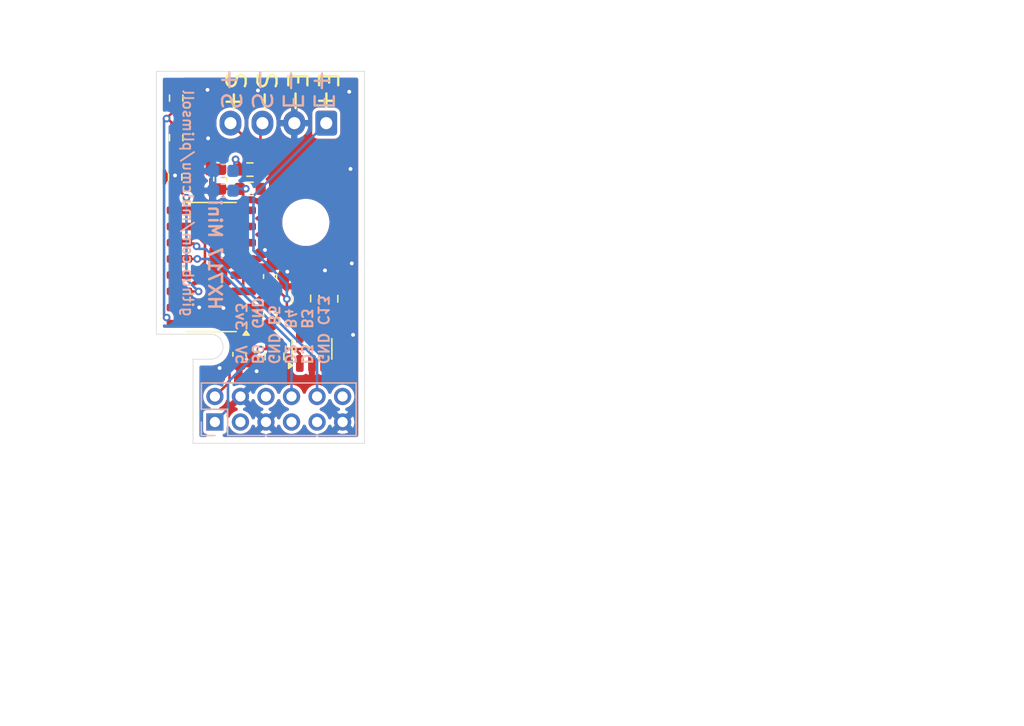
<source format=kicad_pcb>
(kicad_pcb (version 20241229) (generator "pcbnew") (generator_version "9.0")
  (layers (0 "F.Cu" signal) (4 "In1.Cu" signal) (6 "In2.Cu" signal) (2 "B.Cu" signal) (13 "F.Paste" user) (15 "B.Paste" user) (5 "F.SilkS" user "F.Silkscreen") (7 "B.SilkS" user "B.Silkscreen") (1 "F.Mask" user) (3 "B.Mask" user) (25 "Edge.Cuts" user))
  (net 0 "")
  (net 1 "GND")
  (net 2 "VBUS")
  (net 3 "+3.3VADC")
  (net 4 "+3V3")
  (net 5 "/Signal-")
  (net 6 "/Signal+")
  (net 7 "Net-(U6-INA-)")
  (net 8 "Net-(U6-INA+)")
  (net 9 "/C13")
  (net 10 "/B4")
  (net 11 "/B6")
  (net 12 "Net-(U6-S0)")
  (net 13 "Net-(U6-S1)")
  (net 14 "Net-(U6-XI)")
  (net 15 "/B3")
  (net 16 "/B5")
  (net 17 "/D3")
  (net 18 "/D2")
  (footprint "Resistor_SMD:R_0603_1608Metric" (layer "F.Cu") (at 26.37 28.285 -90)
    (property "Reference" "R12" (hide yes))
    (property "Value" "10k")
    (fp_line (start -0.237258 0.5225) (end 0.237258 0.5225) (stroke (width 0.12)) (layer "F.SilkS"))
    (fp_line (start -0.237258 -0.5225) (end 0.237258 -0.5225) (stroke (width 0.12)) (layer "F.SilkS"))
    (pad "1" smd roundrect (at -0.825 0 270) (size 0.8 0.95) (layers "F.Cu" "F.Mask" "F.Paste") (net 1 "GND"))
    (pad "2" smd roundrect (at 0.825 0 270) (size 0.8 0.95) (layers "F.Cu" "F.Mask" "F.Paste") (net 14 "Net-(U6-XI)"))
  )
  (footprint "Connector_JST:JST_XH_B4B-XH-A_1x04_P2.50mm_Vertical" (layer "F.Cu") (at 38.2 24.06 180)
    (property "Reference" "J3" (hide yes))
    (property "Value" "Loadd Cell")
    (pad "1" thru_hole roundrect (at 0 0 180) (size 1.7 1.95) (drill 0.95) (layers "*.Cu" "*.Mask") (roundrect_rratio 0.147059) (net 3 "+3.3VADC"))
    (pad "2" thru_hole oval (at 2.5 0 180) (size 1.7 1.95) (drill 0.95) (layers "*.Cu" "*.Mask") (net 1 "GND"))
    (pad "3" thru_hole oval (at 5 0 180) (size 1.7 1.95) (drill 0.95) (layers "*.Cu" "*.Mask") (net 5 "/Signal-"))
    (pad "4" thru_hole oval (at 7.5 0 180) (size 1.7 1.95) (drill 0.95) (layers "*.Cu" "*.Mask") (net 6 "/Signal+"))
  )
  (footprint "Capacitor_SMD:C_0603_1608Metric" (layer "F.Cu") (at 33.8 36.075 90)
    (property "Reference" "C8" (hide yes))
    (property "Value" "100n")
    (fp_line (start -0.14058 -0.51) (end 0.14058 -0.51) (stroke (width 0.12)) (layer "F.SilkS"))
    (fp_line (start -0.14058 0.51) (end 0.14058 0.51) (stroke (width 0.12)) (layer "F.SilkS"))
    (pad "1" smd roundrect (at -0.775 0 90) (size 0.9 0.95) (layers "F.Cu" "F.Mask" "F.Paste") (net 3 "+3.3VADC"))
    (pad "2" smd roundrect (at 0.775 0 90) (size 0.9 0.95) (layers "F.Cu" "F.Mask" "F.Paste") (net 1 "GND"))
  )
  (footprint "MountingHole:MountingHole_3.2mm_M3" (layer "F.Cu") (at 36.6 31.839706)
    (property "Reference" "H1" (hide yes))
    (property "Value" "MountingHole")
    (pad "" np_thru_hole circle (at 0 0) (size 3.2 3.2) (drill 3.2) (layers "*.Cu" "*.Mask"))
  )
  (footprint "Capacitor_SMD:C_0805_2012Metric" (layer "F.Cu") (at 38.37 37.82 90)
    (property "Reference" "C11" (hide yes))
    (property "Value" "10u")
    (fp_line (start -0.261252 -0.735) (end 0.261252 -0.735) (stroke (width 0.12)) (layer "F.SilkS"))
    (fp_line (start -0.261252 0.735) (end 0.261252 0.735) (stroke (width 0.12)) (layer "F.SilkS"))
    (pad "1" smd roundrect (at -0.95 0 90) (size 1 1.45) (layers "F.Cu" "F.Mask" "F.Paste") (net 3 "+3.3VADC"))
    (pad "2" smd roundrect (at 0.95 0 90) (size 1 1.45) (layers "F.Cu" "F.Mask" "F.Paste") (net 1 "GND"))
  )
  (footprint "Resistor_SMD:R_0603_1608Metric" (layer "F.Cu") (at 26.45 25.2 -90)
    (property "Reference" "R11" (hide yes))
    (property "Value" "10k")
    (fp_line (start -0.237258 0.5225) (end 0.237258 0.5225) (stroke (width 0.12)) (layer "F.SilkS"))
    (fp_line (start -0.237258 -0.5225) (end 0.237258 -0.5225) (stroke (width 0.12)) (layer "F.SilkS"))
    (pad "1" smd roundrect (at -0.825 0 270) (size 0.8 0.95) (layers "F.Cu" "F.Mask" "F.Paste") (net 4 "+3V3"))
    (pad "2" smd roundrect (at 0.825 0 270) (size 0.8 0.95) (layers "F.Cu" "F.Mask" "F.Paste") (net 13 "Net-(U6-S1)"))
  )
  (footprint "Package_TO_SOT_SMD:SOT-23-5" (layer "F.Cu") (at 37.08 41.7525 90)
    (property "Reference" "U5" (hide yes))
    (property "Value" "RS3236-3.3")
    (fp_line (start 0 -1.56) (end 0.8 -1.56) (stroke (width 0.12)) (layer "F.SilkS"))
    (fp_line (start 0 -1.56) (end -0.8 -1.56) (stroke (width 0.12)) (layer "F.SilkS"))
    (fp_line (start 0 1.56) (end 0.8 1.56) (stroke (width 0.12)) (layer "F.SilkS"))
    (fp_line (start 0 1.56) (end -0.8 1.56) (stroke (width 0.12)) (layer "F.SilkS"))
    (fp_poly (pts (xy -1.3 -1.51) (xy -1.54 -1.84) (xy -1.06 -1.84)) (stroke (width 0.12)) (fill yes) (layer "F.SilkS"))
    (pad "1" smd roundrect (at -1.1375 -0.95 90) (size 1.325 0.6) (layers "F.Cu" "F.Mask" "F.Paste") (net 2 "VBUS"))
    (pad "2" smd roundrect (at -1.1375 0 90) (size 1.325 0.6) (layers "F.Cu" "F.Mask" "F.Paste") (net 1 "GND"))
    (pad "3" smd roundrect (at -1.1375 0.95 90) (size 1.325 0.6) (layers "F.Cu" "F.Mask" "F.Paste") (net 2 "VBUS"))
    (pad "4" smd roundrect (at 1.1375 0.95 90) (size 1.325 0.6) (layers "F.Cu" "F.Mask" "F.Paste"))
    (pad "5" smd roundrect (at 1.1375 -0.95 90) (size 1.325 0.6) (layers "F.Cu" "F.Mask" "F.Paste") (net 3 "+3.3VADC"))
  )
  (footprint "Package_SO:SOP-16_3.9x9.9mm_P1.27mm" (layer "F.Cu") (at 29.2 35.335 180)
    (property "Reference" "U6" (hide yes))
    (property "Value" "HX717")
    (fp_line (start 0 5.06) (end 1.95 5.06) (stroke (width 0.12)) (layer "F.SilkS"))
    (fp_line (start 0 5.06) (end -1.95 5.06) (stroke (width 0.12)) (layer "F.SilkS"))
    (fp_line (start 0 -5.06) (end 1.95 -5.06) (stroke (width 0.12)) (layer "F.SilkS"))
    (fp_line (start 0 -5.06) (end -1.95 -5.06) (stroke (width 0.12)) (layer "F.SilkS"))
    (fp_poly (pts (xy -2.725 -5.005) (xy -2.965 -5.335) (xy -2.485 -5.335)) (stroke (width 0.12)) (fill yes) (layer "F.SilkS"))
    (pad "1" smd roundrect (at -2.5 -4.445 180) (size 2 0.6) (layers "F.Cu" "F.Mask" "F.Paste") (net 3 "+3.3VADC"))
    (pad "2" smd roundrect (at -2.5 -3.175 180) (size 2 0.6) (layers "F.Cu" "F.Mask" "F.Paste") (net 1 "GND"))
    (pad "3" smd roundrect (at -2.5 -1.905 180) (size 2 0.6) (layers "F.Cu" "F.Mask" "F.Paste") (net 3 "+3.3VADC"))
    (pad "4" smd roundrect (at -2.5 -0.635 180) (size 2 0.6) (layers "F.Cu" "F.Mask" "F.Paste") (net 3 "+3.3VADC"))
    (pad "5" smd roundrect (at -2.5 0.635 180) (size 2 0.6) (layers "F.Cu" "F.Mask" "F.Paste") (net 1 "GND"))
    (pad "6" smd roundrect (at -2.5 1.905 180) (size 2 0.6) (layers "F.Cu" "F.Mask" "F.Paste") (net 12 "Net-(U6-S0)"))
    (pad "7" smd roundrect (at -2.5 3.175 180) (size 2 0.6) (layers "F.Cu" "F.Mask" "F.Paste") (net 7 "Net-(U6-INA-)"))
    (pad "8" smd roundrect (at -2.5 4.445 180) (size 2 0.6) (layers "F.Cu" "F.Mask" "F.Paste") (net 8 "Net-(U6-INA+)"))
    (pad "9" smd roundrect (at 2.5 4.445 180) (size 2 0.6) (layers "F.Cu" "F.Mask" "F.Paste"))
    (pad "10" smd roundrect (at 2.5 3.175 180) (size 2 0.6) (layers "F.Cu" "F.Mask" "F.Paste"))
    (pad "11" smd roundrect (at 2.5 1.905 180) (size 2 0.6) (layers "F.Cu" "F.Mask" "F.Paste") (net 15 "/B3"))
    (pad "12" smd roundrect (at 2.5 0.635 180) (size 2 0.6) (layers "F.Cu" "F.Mask" "F.Paste") (net 10 "/B4"))
    (pad "13" smd roundrect (at 2.5 -0.635 180) (size 2 0.6) (layers "F.Cu" "F.Mask" "F.Paste") (net 13 "Net-(U6-S1)"))
    (pad "14" smd roundrect (at 2.5 -1.905 180) (size 2 0.6) (layers "F.Cu" "F.Mask" "F.Paste") (net 14 "Net-(U6-XI)"))
    (pad "15" smd roundrect (at 2.5 -3.175 180) (size 2 0.6) (layers "F.Cu" "F.Mask" "F.Paste") (net 1 "GND"))
    (pad "16" smd roundrect (at 2.5 -4.445 180) (size 2 0.6) (layers "F.Cu" "F.Mask" "F.Paste") (net 4 "+3V3"))
  )
  (footprint "Capacitor_SMD:C_0603_1608Metric" (layer "F.Cu") (at 29.9 28.45 -90)
    (property "Reference" "C7" (hide yes))
    (property "Value" "100n")
    (fp_line (start -0.14058 0.51) (end 0.14058 0.51) (stroke (width 0.12)) (layer "F.SilkS"))
    (fp_line (start -0.14058 -0.51) (end 0.14058 -0.51) (stroke (width 0.12)) (layer "F.SilkS"))
    (pad "1" smd roundrect (at -0.775 0 270) (size 0.9 0.95) (layers "F.Cu" "F.Mask" "F.Paste") (net 7 "Net-(U6-INA-)"))
    (pad "2" smd roundrect (at 0.775 0 270) (size 0.9 0.95) (layers "F.Cu" "F.Mask" "F.Paste") (net 8 "Net-(U6-INA+)"))
  )
  (footprint "Resistor_SMD:R_0603_1608Metric" (layer "F.Cu") (at 26.45 22.1 90)
    (property "Reference" "R10" (hide yes))
    (property "Value" "10k")
    (fp_line (start -0.237258 -0.5225) (end 0.237258 -0.5225) (stroke (width 0.12)) (layer "F.SilkS"))
    (fp_line (start -0.237258 0.5225) (end 0.237258 0.5225) (stroke (width 0.12)) (layer "F.SilkS"))
    (pad "1" smd roundrect (at -0.825 0 90) (size 0.8 0.95) (layers "F.Cu" "F.Mask" "F.Paste") (net 4 "+3V3"))
    (pad "2" smd roundrect (at 0.825 0 90) (size 0.8 0.95) (layers "F.Cu" "F.Mask" "F.Paste") (net 12 "Net-(U6-S0)"))
  )
  (footprint "Capacitor_SMD:C_0603_1608Metric" (layer "F.Cu") (at 31.4 42.175 -90)
    (property "Reference" "C9" (hide yes))
    (property "Value" "100n")
    (fp_line (start -0.14058 0.51) (end 0.14058 0.51) (stroke (width 0.12)) (layer "F.SilkS"))
    (fp_line (start -0.14058 -0.51) (end 0.14058 -0.51) (stroke (width 0.12)) (layer "F.SilkS"))
    (pad "1" smd roundrect (at -0.775 0 270) (size 0.9 0.95) (layers "F.Cu" "F.Mask" "F.Paste") (net 4 "+3V3"))
    (pad "2" smd roundrect (at 0.775 0 270) (size 0.9 0.95) (layers "F.Cu" "F.Mask" "F.Paste") (net 1 "GND"))
  )
  (footprint "Resistor_SMD:R_0603_1608Metric" (layer "F.Cu") (at 32.225 27.7)
    (property "Reference" "R8" (hide yes))
    (property "Value" "100")
    (fp_line (start -0.237258 -0.5225) (end 0.237258 -0.5225) (stroke (width 0.12)) (layer "F.SilkS"))
    (fp_line (start -0.237258 0.5225) (end 0.237258 0.5225) (stroke (width 0.12)) (layer "F.SilkS"))
    (pad "1" smd roundrect (at -0.825 0) (size 0.8 0.95) (layers "F.Cu" "F.Mask" "F.Paste") (net 7 "Net-(U6-INA-)"))
    (pad "2" smd roundrect (at 0.825 0) (size 0.8 0.95) (layers "F.Cu" "F.Mask" "F.Paste") (net 5 "/Signal-"))
  )
  (footprint "Resistor_SMD:R_0603_1608Metric" (layer "F.Cu") (at 32.24 29.21)
    (property "Reference" "R7" (hide yes))
    (property "Value" "100")
    (fp_line (start -0.237258 -0.5225) (end 0.237258 -0.5225) (stroke (width 0.12)) (layer "F.SilkS"))
    (fp_line (start -0.237258 0.5225) (end 0.237258 0.5225) (stroke (width 0.12)) (layer "F.SilkS"))
    (pad "1" smd roundrect (at -0.825 0) (size 0.8 0.95) (layers "F.Cu" "F.Mask" "F.Paste") (net 8 "Net-(U6-INA+)"))
    (pad "2" smd roundrect (at 0.825 0) (size 0.8 0.95) (layers "F.Cu" "F.Mask" "F.Paste") (net 6 "/Signal+"))
  )
  (footprint "Capacitor_SMD:C_0603_1608Metric" (layer "F.Cu") (at 33.8 39.075 -90)
    (property "Reference" "C12" (hide yes))
    (property "Value" "100n")
    (fp_line (start -0.14058 0.51) (end 0.14058 0.51) (stroke (width 0.12)) (layer "F.SilkS"))
    (fp_line (start -0.14058 -0.51) (end 0.14058 -0.51) (stroke (width 0.12)) (layer "F.SilkS"))
    (pad "1" smd roundrect (at -0.775 0 270) (size 0.9 0.95) (layers "F.Cu" "F.Mask" "F.Paste") (net 1 "GND"))
    (pad "2" smd roundrect (at 0.775 0 270) (size 0.9 0.95) (layers "F.Cu" "F.Mask" "F.Paste") (net 3 "+3.3VADC"))
  )
  (footprint "Capacitor_SMD:C_0805_2012Metric" (layer "F.Cu") (at 34.15 42.35 -90)
    (property "Reference" "C6" (hide yes))
    (property "Value" "1u")
    (fp_line (start -0.261252 0.735) (end 0.261252 0.735) (stroke (width 0.12)) (layer "F.SilkS"))
    (fp_line (start -0.261252 -0.735) (end 0.261252 -0.735) (stroke (width 0.12)) (layer "F.SilkS"))
    (pad "1" smd roundrect (at -0.95 0 270) (size 1 1.45) (layers "F.Cu" "F.Mask" "F.Paste") (net 2 "VBUS"))
    (pad "2" smd roundrect (at 0.95 0 270) (size 1 1.45) (layers "F.Cu" "F.Mask" "F.Paste") (net 1 "GND"))
  )
  (footprint "Capacitor_SMD:C_0805_2012Metric" (layer "F.Cu") (at 36.24 37.8 90)
    (property "Reference" "C10" (hide yes))
    (property "Value" "1u")
    (fp_line (start -0.261252 -0.735) (end 0.261252 -0.735) (stroke (width 0.12)) (layer "F.SilkS"))
    (fp_line (start -0.261252 0.735) (end 0.261252 0.735) (stroke (width 0.12)) (layer "F.SilkS"))
    (pad "1" smd roundrect (at -0.95 0 90) (size 1 1.45) (layers "F.Cu" "F.Mask" "F.Paste") (net 3 "+3.3VADC"))
    (pad "2" smd roundrect (at 0.95 0 90) (size 1 1.45) (layers "F.Cu" "F.Mask" "F.Paste") (net 1 "GND"))
  )
  (footprint "Capacitor_SMD:C_0603_1608Metric" (layer "B.Cu") (at 30.125 29.35)
    (property "Reference" "C2" (hide yes))
    (property "Value" "DNP")
    (fp_line (start -0.14058 -0.51) (end 0.14058 -0.51) (stroke (width 0.12)) (layer "B.SilkS"))
    (fp_line (start -0.14058 0.51) (end 0.14058 0.51) (stroke (width 0.12)) (layer "B.SilkS"))
    (pad "1" smd roundrect (at -0.775 0) (size 0.9 0.95) (layers "B.Cu" "B.Mask" "B.Paste") (net 1 "GND"))
    (pad "2" smd roundrect (at 0.775 0) (size 0.9 0.95) (layers "B.Cu" "B.Mask" "B.Paste") (net 8 "Net-(U6-INA+)"))
  )
  (footprint "Connector_PinSocket_2.00mm:PinSocket_2x06_P2.00mm_Vertical" (layer "B.Cu") (at 29.48 47.48 -90)
    (property "Reference" "J1" (hide yes))
    (property "Value" "Conn_02x06_Odd_Even")
    (fp_line (start -3.06 1.06) (end -1 1.06) (stroke (width 0.12)) (layer "B.SilkS"))
    (fp_line (start -3.06 1.06) (end -3.06 -11.06) (stroke (width 0.12)) (layer "B.SilkS"))
    (fp_line (start -1 1.06) (end -1 -1) (stroke (width 0.12)) (layer "B.SilkS"))
    (fp_line (start 0 1.06) (end 1.06 1.06) (stroke (width 0.12)) (layer "B.SilkS"))
    (fp_line (start 1.06 1.06) (end 1.06 0) (stroke (width 0.12)) (layer "B.SilkS"))
    (fp_line (start -1 -1) (end 1.06 -1) (stroke (width 0.12)) (layer "B.SilkS"))
    (fp_line (start 1.06 -1) (end 1.06 -11.06) (stroke (width 0.12)) (layer "B.SilkS"))
    (fp_line (start -3.06 -11.06) (end 1.06 -11.06) (stroke (width 0.12)) (layer "B.SilkS"))
    (pad "1" thru_hole rect (at 0 0 270) (size 1.35 1.35) (drill 0.8) (layers "*.Cu" "*.Mask") (net 2 "VBUS"))
    (pad "2" thru_hole circle (at -2 0 270) (size 1.35 1.35) (drill 0.8) (layers "*.Cu" "*.Mask") (net 4 "+3V3"))
    (pad "3" thru_hole circle (at 0 -2 270) (size 1.35 1.35) (drill 0.8) (layers "*.Cu" "*.Mask") (net 11 "/B6"))
    (pad "4" thru_hole circle (at -2 -2 270) (size 1.35 1.35) (drill 0.8) (layers "*.Cu" "*.Mask") (net 1 "GND"))
    (pad "5" thru_hole circle (at 0 -4 270) (size 1.35 1.35) (drill 0.8) (layers "*.Cu" "*.Mask") (net 1 "GND"))
    (pad "6" thru_hole circle (at -2 -4 270) (size 1.35 1.35) (drill 0.8) (layers "*.Cu" "*.Mask") (net 16 "/B5"))
    (pad "7" thru_hole circle (at 0 -6 270) (size 1.35 1.35) (drill 0.8) (layers "*.Cu" "*.Mask") (net 18 "/D2"))
    (pad "8" thru_hole circle (at -2 -6 270) (size 1.35 1.35) (drill 0.8) (layers "*.Cu" "*.Mask") (net 10 "/B4"))
    (pad "9" thru_hole circle (at 0 -8 270) (size 1.35 1.35) (drill 0.8) (layers "*.Cu" "*.Mask") (net 17 "/D3"))
    (pad "10" thru_hole circle (at -2 -8 270) (size 1.35 1.35) (drill 0.8) (layers "*.Cu" "*.Mask") (net 15 "/B3"))
    (pad "11" thru_hole circle (at 0 -10 270) (size 1.35 1.35) (drill 0.8) (layers "*.Cu" "*.Mask") (net 1 "GND"))
    (pad "12" thru_hole circle (at -2 -10 270) (size 1.35 1.35) (drill 0.8) (layers "*.Cu" "*.Mask") (net 9 "/C13"))
  )
  (footprint "Capacitor_SMD:C_0603_1608Metric" (layer "B.Cu") (at 30.125 27.8)
    (property "Reference" "C1" (hide yes))
    (property "Value" "DNP")
    (fp_line (start -0.14058 -0.51) (end 0.14058 -0.51) (stroke (width 0.12)) (layer "B.SilkS"))
    (fp_line (start -0.14058 0.51) (end 0.14058 0.51) (stroke (width 0.12)) (layer "B.SilkS"))
    (pad "1" smd roundrect (at -0.775 0) (size 0.9 0.95) (layers "B.Cu" "B.Mask" "B.Paste") (net 1 "GND"))
    (pad "2" smd roundrect (at 0.775 0) (size 0.9 0.95) (layers "B.Cu" "B.Mask" "B.Paste") (net 7 "Net-(U6-INA-)"))
  )
  (gr_line (start 27.77 42.56) (end 27.77 49.15) (stroke (width 0.05)) (layer "Edge.Cuts"))
  (gr_line (start 29.13993 40.6) (end 24.9 40.6) (stroke (width 0.05)) (layer "Edge.Cuts"))
  (gr_line (start 41.2 49.15) (end 41.2 20) (stroke (width 0.05)) (layer "Edge.Cuts"))
  (gr_line (start 24.9 20) (end 24.9 40.6) (stroke (width 0.05)) (layer "Edge.Cuts"))
  (gr_arc (start 29.13993 40.6) (mid 30.119299 41.580471) (end 29.138831 42.559845) (stroke (width 0.05)) (layer "Edge.Cuts"))
  (gr_line (start 27.77 49.15) (end 41.2 49.15) (stroke (width 0.05)) (layer "Edge.Cuts"))
  (gr_line (start 29.138831 42.559845) (end 27.77 42.56) (stroke (width 0.05)) (layer "Edge.Cuts"))
  (gr_line (start 24.9 20) (end 41.2 20) (stroke (width 0.05)) (layer "Edge.Cuts"))
  (gr_text "E+\nE-\nS-\nS+" (at 30.2 19.9 270) (layer "F.SilkS") (effects (font (size 1.5 1.5) (thickness 0.1875)) (justify left bottom)))
  (gr_text "E+\nE-\nS-\nS+" (at 29.85 23.15 270) (layer "B.SilkS") (effects (font (size 1.5 1.5) (thickness 0.1875)) (justify left bottom mirror)))
  (gr_text "github.com/mulcmu/plimsoll" (at 26.9 39.3 270) (layer "B.SilkS") (effects (font (size 0.8 0.8)) (justify left bottom mirror)))
  (gr_text "HX717 Mini" (at 28.9 38.8 270) (layer "B.SilkS") (effects (font (size 1 1) (thickness 0.2) (bold yes)) (justify left bottom mirror)))
  (gr_text "GND C13\nD3  B3\nD2  B4\nGND B5\nB6  GND\n5V  3v3" (at 31.05 43.05 270) (layer "B.SilkS") (effects (font (size 0.8 0.8) (thickness 0.16) (bold yes)) (justify left bottom mirror)))
  (segment (start 39.48 47.48) (end 39.47 47.49) (width 0.2) (layer "F.Cu") (net 1))
  (segment (start 31.7 34.7) (end 30.39853 34.7) (width 0.2) (layer "F.Cu") (net 1))
  (segment (start 26.37 27.46) (end 26.37 28.147291) (width 0.2) (layer "F.Cu") (net 1))
  (segment (start 30.39853 34.7) (end 30.099265 34.400735) (width 0.2) (layer "F.Cu") (net 1))
  (segment (start 31.7 38.51) (end 33.59 38.51) (width 0.2) (layer "F.Cu") (net 1))
  (segment (start 31.7 38.51) (end 30.19 38.51) (width 0.2) (layer "F.Cu") (net 1))
  (segment (start 30.19 38.51) (end 30.15 38.55) (width 0.2) (layer "F.Cu") (net 1))
  (segment (start 26.71 38.5) (end 26.7 38.51) (width 0.2) (layer "F.Cu") (net 1))
  (segment (start 28.25 38.5) (end 26.71 38.5) (width 0.2) (layer "F.Cu") (net 1))
  (segment (start 33.59 38.51) (end 33.8 38.3) (width 0.2) (layer "F.Cu") (net 1))
  (segment (start 26.37 28.147291) (end 26.357291 28.16) (width 0.2) (layer "F.Cu") (net 1))
  (via (at 32.85 21.5) (size 0.6) (drill 0.3) (layers "F.Cu" "B.Cu") (net 1))
  (via (at 32.75 43.5) (size 0.6) (drill 0.3) (layers "F.Cu" "B.Cu") (net 1))
  (via (at 35.15 35.7) (size 0.6) (drill 0.3) (layers "F.Cu" "B.Cu") (net 1))
  (via (at 40.2 35.05) (size 0.6) (drill 0.3) (layers "F.Cu" "B.Cu") (net 1))
  (via (at 29.85 43.25) (size 0.6) (drill 0.3) (layers "F.Cu" "B.Cu") (net 1))
  (via (at 30.15 38.55) (size 0.6) (drill 0.3) (layers "F.Cu" "B.Cu") (net 1))
  (via (at 40.1 27.65) (size 0.6) (drill 0.3) (layers "F.Cu" "B.Cu") (net 1))
  (via (at 40.3 40.65) (size 0.6) (drill 0.3) (layers "F.Cu" "B.Cu") (net 1))
  (via (at 40 21.6) (size 0.6) (drill 0.3) (layers "F.Cu" "B.Cu") (net 1))
  (via (at 28.25 38.5) (size 0.6) (drill 0.3) (layers "F.Cu" "B.Cu") (net 1))
  (via (at 28.95 25.25) (size 0.6) (drill 0.3) (layers "F.Cu" "B.Cu") (net 1))
  (via (at 26.357291 28.16) (size 0.6) (drill 0.3) (layers "F.Cu" "B.Cu") (net 1))
  (via (at 33.4 34) (size 0.6) (drill 0.3) (layers "F.Cu" "B.Cu") (net 1))
  (via (at 38.1 35.6) (size 0.6) (drill 0.3) (layers "F.Cu" "B.Cu") (net 1))
  (via (at 30.099265 34.400735) (size 0.6) (drill 0.3) (layers "F.Cu" "B.Cu") (net 1))
  (via (at 28.9 21.45) (size 0.6) (drill 0.3) (layers "F.Cu" "B.Cu") (net 1))
  (segment (start 28.3 38.55) (end 28.25 38.5) (width 0.2) (layer "B.Cu") (net 1))
  (segment (start 30.15 38.55) (end 28.3 38.55) (width 0.2) (layer "B.Cu") (net 1))
  (segment (start 37.562499 41.76) (end 36.75 41.76) (width 0.2) (layer "F.Cu") (net 2))
  (segment (start 33.85 41.76) (end 33.09 41.76) (width 0.2) (layer "F.Cu") (net 2))
  (segment (start 38.03 42.227501) (end 37.562499 41.76) (width 0.2) (layer "F.Cu") (net 2))
  (segment (start 34.03 41.58) (end 33.85 41.76) (width 0.2) (layer "F.Cu") (net 2))
  (segment (start 35.76 41.76) (end 33.85 41.76) (width 0.2) (layer "F.Cu") (net 2))
  (segment (start 36.75 41.76) (end 35.76 41.76) (width 0.2) (layer "F.Cu") (net 2))
  (segment (start 33.09 41.76) (end 33.05 41.8) (width 0.2) (layer "F.Cu") (net 2))
  (segment (start 38.03 42.89) (end 38.03 42.227501) (width 0.2) (layer "F.Cu") (net 2))
  (segment (start 34.03 40.99) (end 34.03 41.58) (width 0.2) (layer "F.Cu") (net 2))
  (segment (start 36.13 42.89) (end 36.13 42.13) (width 0.2) (layer "F.Cu") (net 2))
  (segment (start 36.13 42.13) (end 35.76 41.76) (width 0.2) (layer "F.Cu") (net 2))
  (via (at 33.05 41.8) (size 0.6) (drill 0.3) (layers "F.Cu" "B.Cu") (net 2))
  (segment (start 29.48 47.48) (end 30.504 46.456) (width 0.2) (layer "B.Cu") (net 2))
  (segment (start 30.504 44.346) (end 33.05 41.8) (width 0.2) (layer "B.Cu") (net 2))
  (segment (start 30.504 46.456) (end 30.504 44.346) (width 0.2) (layer "B.Cu") (net 2))
  (segment (start 34.125 36.85) (end 35.115 37.84) (width 0.2) (layer "F.Cu") (net 3))
  (segment (start 31.7 39.78) (end 33.73 39.78) (width 0.2) (layer "F.Cu") (net 3))
  (segment (start 34.9 38.75) (end 35.13 38.75) (width 0.2) (layer "F.Cu") (net 3))
  (segment (start 38.37 38.77) (end 36.26 38.77) (width 0.2) (layer "F.Cu") (net 3))
  (segment (start 36.26 38.77) (end 36.24 38.75) (width 0.2) (layer "F.Cu") (net 3))
  (segment (start 36.13 38.86) (end 36.24 38.75) (width 0.2) (layer "F.Cu") (net 3))
  (segment (start 35.115 38.735) (end 35.13 38.75) (width 0.2) (layer "F.Cu") (net 3))
  (segment (start 31.7 35.97) (end 31.7 37.24) (width 0.2) (layer "F.Cu") (net 3))
  (segment (start 36.13 40.615) (end 36.13 38.86) (width 0.2) (layer "F.Cu") (net 3))
  (segment (start 31.7 37.24) (end 33.41 37.24) (width 0.2) (layer "F.Cu") (net 3))
  (segment (start 35.115 37.84) (end 35.115 38.735) (width 0.2) (layer "F.Cu") (net 3))
  (segment (start 33.8 36.85) (end 34.125 36.85) (width 0.2) (layer "F.Cu") (net 3))
  (segment (start 34.14 39.34) (end 34.11 39.34) (width 0.2) (layer "F.Cu") (net 3))
  (segment (start 33.41 37.24) (end 33.8 36.85) (width 0.2) (layer "F.Cu") (net 3))
  (segment (start 33.8 39.85) (end 34.9 38.75) (width 0.2) (layer "F.Cu") (net 3))
  (segment (start 36.24 38.75) (end 35.13 38.75) (width 0.2) (layer "F.Cu") (net 3))
  (segment (start 33.73 39.78) (end 33.8 39.85) (width 0.2) (layer "F.Cu") (net 3))
  (segment (start 31.89 39.97) (end 31.7 39.78) (width 0.2) (layer "F.Cu") (net 3))
  (via (at 35.115 37.84) (size 0.6) (drill 0.3) (layers "F.Cu" "B.Cu") (net 3))
  (segment (start 35.115 37.84) (end 35.115 36.665) (width 0.2) (layer "B.Cu") (net 3))
  (segment (start 35.115 36.665) (end 32.5 34.05) (width 0.2) (layer "B.Cu") (net 3))
  (segment (start 32.5 34.05) (end 32.5 29.76) (width 0.2) (layer "B.Cu") (net 3))
  (segment (start 38.2 24.06) (end 32.5 29.76) (width 0.2) (layer "B.Cu") (net 3))
  (segment (start 26.7 39.78) (end 26.187102 39.78) (width 0.2) (layer "F.Cu") (net 4))
  (segment (start 25.7 23.675) (end 26.45 22.925) (width 0.2) (layer "F.Cu") (net 4))
  (segment (start 29.78 39.78) (end 26.7 39.78) (width 0.2) (layer "F.Cu") (net 4))
  (segment (start 26.187102 39.78) (end 25.7 39.292898) (width 0.2) (layer "F.Cu") (net 4))
  (segment (start 25.775 23.7) (end 26.45 24.375) (width 0.2) (layer "F.Cu") (net 4))
  (segment (start 31.4 41.4) (end 30.624 42.176) (width 0.2) (layer "F.Cu") (net 4))
  (segment (start 30.624 42.176) (end 30.624 44.336) (width 0.2) (layer "F.Cu") (net 4))
  (segment (start 25.7 23.7) (end 25.775 23.7) (width 0.2) (layer "F.Cu") (net 4))
  (segment (start 31.4 41.4) (end 29.78 39.78) (width 0.2) (layer "F.Cu") (net 4))
  (segment (start 30.624 44.336) (end 29.48 45.48) (width 0.2) (layer "F.Cu") (net 4))
  (segment (start 25.7 23.7) (end 25.7 23.675) (width 0.2) (layer "F.Cu") (net 4))
  (via (at 25.7 39.292898) (size 0.6) (drill 0.3) (layers "F.Cu" "B.Cu") (net 4))
  (via (at 25.7 23.7) (size 0.6) (drill 0.3) (layers "F.Cu" "B.Cu") (net 4))
  (segment (start 25.5 23.7) (end 25.7 23.7) (width 0.2) (layer "B.Cu") (net 4))
  (segment (start 25.5 39.092898) (end 25.5 23.7) (width 0.2) (layer "B.Cu") (net 4))
  (segment (start 25.7 39.292898) (end 25.5 39.092898) (width 0.2) (layer "B.Cu") (net 4))
  (segment (start 33.05 24.21) (end 33.2 24.06) (width 0.2) (layer "F.Cu") (net 5))
  (segment (start 33.05 27.7) (end 33.05 24.21) (width 0.2) (layer "F.Cu") (net 5))
  (segment (start 33.065 29.21) (end 32.349 28.494) (width 0.2) (layer "F.Cu") (net 6))
  (segment (start 32.349 28.494) (end 32.349 25.709) (width 0.2) (layer "F.Cu") (net 6))
  (segment (start 32.349 25.709) (end 30.7 24.06) (width 0.2) (layer "F.Cu") (net 6))
  (segment (start 29.124 30.583999) (end 30.700001 32.16) (width 0.2) (layer "F.Cu") (net 7))
  (segment (start 30.700001 32.16) (end 31.7 32.16) (width 0.2) (layer "F.Cu") (net 7))
  (segment (start 29.124 28.451) (end 29.124 30.583999) (width 0.2) (layer "F.Cu") (net 7))
  (segment (start 31.4 27.2) (end 31.1 26.9) (width 0.2) (layer "F.Cu") (net 7))
  (segment (start 31.4 27.7) (end 31.4 27.2) (width 0.2) (layer "F.Cu") (net 7))
  (segment (start 29.9 27.675) (end 29.124 28.451) (width 0.2) (layer "F.Cu") (net 7))
  (via (at 31.1 26.9) (size 0.6) (drill 0.3) (layers "F.Cu" "B.Cu") (net 7))
  (segment (start 31 27.7) (end 30.9 27.8) (width 0.2) (layer "B.Cu") (net 7))
  (segment (start 31.1 26.9) (end 31 27) (width 0.2) (layer "B.Cu") (net 7))
  (segment (start 31 27) (end 31 27.7) (width 0.2) (layer "B.Cu") (net 7))
  (segment (start 31.415 29.21) (end 31.89 29.21) (width 0.2) (layer "F.Cu") (net 8))
  (segment (start 30.06 29.235) (end 30.085 29.21) (width 0.2) (layer "F.Cu") (net 8))
  (segment (start 31.7 29.495) (end 31.415 29.21) (width 0.2) (layer "F.Cu") (net 8))
  (segment (start 31.89 29.21) (end 31.9 29.2) (width 0.2) (layer "F.Cu") (net 8))
  (segment (start 30.085 29.21) (end 31.415 29.21) (width 0.2) (layer "F.Cu") (net 8))
  (segment (start 31.7 30.89) (end 31.7 29.495) (width 0.2) (layer "F.Cu") (net 8))
  (via (at 31.9 29.2) (size 0.6) (drill 0.3) (layers "F.Cu" "B.Cu") (net 8))
  (segment (start 31.05 29.2) (end 30.9 29.35) (width 0.2) (layer "B.Cu") (net 8))
  (segment (start 31.9 29.2) (end 31.05 29.2) (width 0.2) (layer "B.Cu") (net 8))
  (segment (start 28.1 34.7) (end 26.7 34.7) (width 0.2) (layer "F.Cu") (net 10))
  (segment (start 35.48 45.48) (end 35.48 44.88) (width 0.2) (layer "F.Cu") (net 10))
  (via (at 28.1 34.7) (size 0.6) (drill 0.3) (layers "F.Cu" "B.Cu") (net 10))
  (segment (start 28.95 34.7) (end 35.48 41.23) (width 0.2) (layer "B.Cu") (net 10))
  (segment (start 28.1 34.7) (end 28.95 34.7) (width 0.2) (layer "B.Cu") (net 10))
  (segment (start 35.48 41.23) (end 35.48 45.48) (width 0.2) (layer "B.Cu") (net 10))
  (segment (start 26.45 21.275) (end 27.45 22.275) (width 0.2) (layer "F.Cu") (net 12))
  (segment (start 29.28 33.43) (end 31.7 33.43) (width 0.2) (layer "F.Cu") (net 12))
  (segment (start 27.45 26.4579) (end 28.402 27.4099) (width 0.2) (layer "F.Cu") (net 12))
  (segment (start 28.402 32.552) (end 29.28 33.43) (width 0.2) (layer "F.Cu") (net 12))
  (segment (start 28.402 27.4099) (end 28.402 32.552) (width 0.2) (layer "F.Cu") (net 12))
  (segment (start 27.45 22.275) (end 27.45 26.4579) (width 0.2) (layer "F.Cu") (net 12))
  (segment (start 28.7 33.514242) (end 28.7 34.949943) (width 0.2) (layer "F.Cu") (net 13))
  (segment (start 28.001 32.815242) (end 28.7 33.514242) (width 0.2) (layer "F.Cu") (net 13))
  (segment (start 28.001 27.576) (end 28.001 32.815242) (width 0.2) (layer "F.Cu") (net 13))
  (segment (start 27.679943 35.97) (end 26.7 35.97) (width 0.2) (layer "F.Cu") (net 13))
  (segment (start 26.45 26.025) (end 28.001 27.576) (width 0.2) (layer "F.Cu") (net 13))
  (segment (start 28.7 34.949943) (end 27.679943 35.97) (width 0.2) (layer "F.Cu") (net 13))
  (segment (start 26.46 29.11) (end 27.25 29.9) (width 0.2) (layer "F.Cu") (net 14))
  (segment (start 26.71 37.25) (end 26.7 37.24) (width 0.2) (layer "F.Cu") (net 14))
  (segment (start 28.2 37.25) (end 26.71 37.25) (width 0.2) (layer "F.Cu") (net 14))
  (segment (start 26.37 29.11) (end 26.46 29.11) (width 0.2) (layer "F.Cu") (net 14))
  (via (at 27.25 29.9) (size 0.6) (drill 0.3) (layers "F.Cu" "B.Cu") (net 14))
  (via (at 28.2 37.25) (size 0.6) (drill 0.3) (layers "F.Cu" "B.Cu") (net 14))
  (segment (start 27.25 29.9) (end 27.25 36.3) (width 0.2) (layer "B.Cu") (net 14))
  (segment (start 27.25 36.3) (end 28.2 37.25) (width 0.2) (layer "B.Cu") (net 14))
  (segment (start 26.77 33.5) (end 26.7 33.43) (width 0.2) (layer "F.Cu") (net 15))
  (segment (start 37.48 45.22) (end 37.48 45.48) (width 0.2) (layer "F.Cu") (net 15))
  (segment (start 28.042908 33.707092) (end 27.835815 33.5) (width 0.2) (layer "F.Cu") (net 15))
  (segment (start 27.835815 33.5) (end 26.77 33.5) (width 0.2) (layer "F.Cu") (net 15))
  (via (at 28.042908 33.707092) (size 0.6) (drill 0.3) (layers "F.Cu" "B.Cu") (net 15))
  (segment (start 28.764186 33.914186) (end 37.48 42.63) (width 0.2) (layer "B.Cu") (net 15))
  (segment (start 28.042908 33.707092) (end 28.250002 33.914186) (width 0.2) (layer "B.Cu") (net 15))
  (segment (start 37.48 42.63) (end 37.48 45.48) (width 0.2) (layer "B.Cu") (net 15))
  (segment (start 28.250002 33.914186) (end 28.764186 33.914186) (width 0.2) (layer "B.Cu") (net 15))
  (zone (net 1) (net_name "GND") (layers "F.Cu" "B.Cu" "In1.Cu" "In2.Cu") (connect_pads (clearance 0.25)) (min_thickness 0.25) (fill yes (thermal_gap 0.25) (thermal_bridge_width 0.5))
    (polygon (pts (xy 18.32 15.31) (xy 17.02 69.61) (xy 47.52 71.31) (xy 45.12 14.41)))
  )
)
</source>
